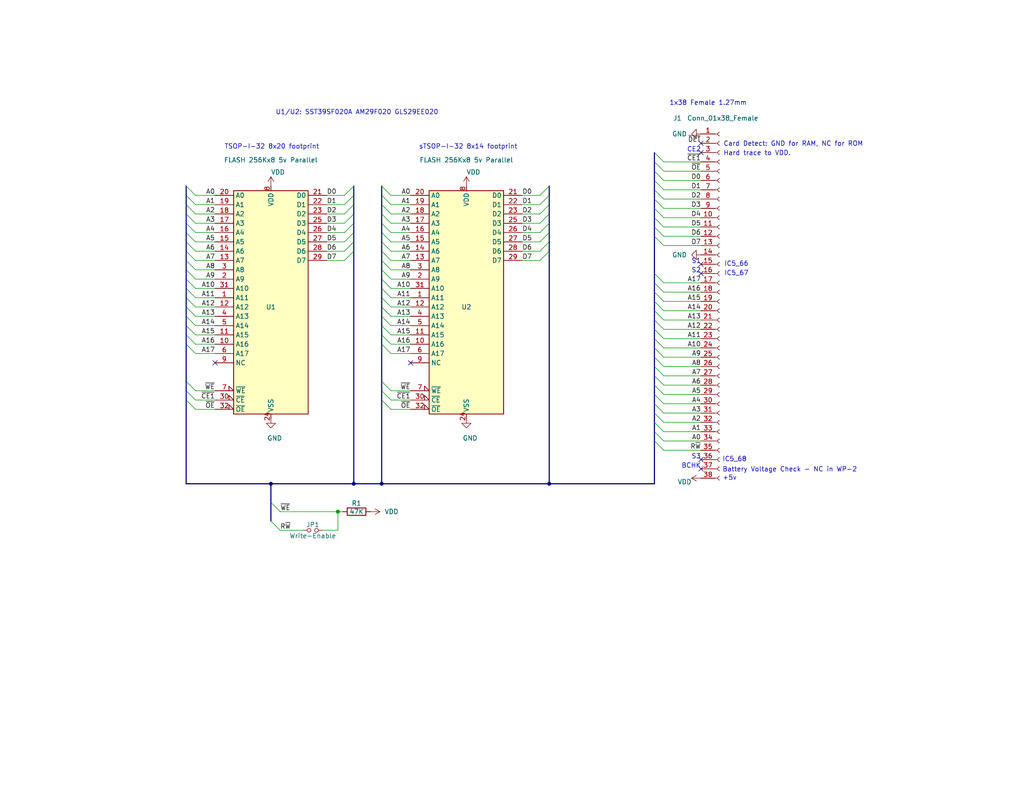
<source format=kicad_sch>
(kicad_sch (version 20211123) (generator eeschema)
  (paper "USLetter")
  (title_block (title "TANDY WP-2 256K ROM IC Card") (date "2021-03-05") (rev "003") (company "Brian K. White - b.kenyon.w@gmail.com"))
  (lib_symbols
    (symbol "0_LOCAL:Conn_01x38_Female" (pin_names (offset 1.016) hide)
      (property "Reference" "J" (at 0 48.26 0))
      (property "Value" "Conn_01x38_Female" (at 0 -50.8 0))
      (symbol "Conn_01x38_Female_1_1"
        (arc (start 0 -47.752) (mid -0.508 -48.26) (end 0 -48.768) (stroke (width 0.1524)))
        (arc (start 0 -45.212) (mid -0.508 -45.72) (end 0 -46.228) (stroke (width 0.1524)))
        (arc (start 0 -42.672) (mid -0.508 -43.18) (end 0 -43.688) (stroke (width 0.1524)))
        (arc (start 0 -40.132) (mid -0.508 -40.64) (end 0 -41.148) (stroke (width 0.1524)))
        (arc (start 0 -37.592) (mid -0.508 -38.1) (end 0 -38.608) (stroke (width 0.1524)))
        (arc (start 0 -35.052) (mid -0.508 -35.56) (end 0 -36.068) (stroke (width 0.1524)))
        (arc (start 0 -32.512) (mid -0.508 -33.02) (end 0 -33.528) (stroke (width 0.1524)))
        (arc (start 0 -29.972) (mid -0.508 -30.48) (end 0 -30.988) (stroke (width 0.1524)))
        (arc (start 0 -27.432) (mid -0.508 -27.94) (end 0 -28.448) (stroke (width 0.1524)))
        (arc (start 0 -24.892) (mid -0.508 -25.4) (end 0 -25.908) (stroke (width 0.1524)))
        (arc (start 0 -22.352) (mid -0.508 -22.86) (end 0 -23.368) (stroke (width 0.1524)))
        (arc (start 0 -19.812) (mid -0.508 -20.32) (end 0 -20.828) (stroke (width 0.1524)))
        (arc (start 0 -17.272) (mid -0.508 -17.78) (end 0 -18.288) (stroke (width 0.1524)))
        (arc (start 0 -14.732) (mid -0.508 -15.24) (end 0 -15.748) (stroke (width 0.1524)))
        (arc (start 0 -12.192) (mid -0.508 -12.7) (end 0 -13.208) (stroke (width 0.1524)))
        (arc (start 0 -9.652) (mid -0.508 -10.16) (end 0 -10.668) (stroke (width 0.1524)))
        (arc (start 0 -7.112) (mid -0.508 -7.62) (end 0 -8.128) (stroke (width 0.1524)))
        (arc (start 0 -4.572) (mid -0.508 -5.08) (end 0 -5.588) (stroke (width 0.1524)))
        (arc (start 0 -2.032) (mid -0.508 -2.54) (end 0 -3.048) (stroke (width 0.1524)))
        (polyline (pts (xy -1.27 -48.26) (xy -0.508 -48.26)) (stroke (width 0.1524)))
        (polyline (pts (xy -1.27 -45.72) (xy -0.508 -45.72)) (stroke (width 0.1524)))
        (polyline (pts (xy -1.27 -43.18) (xy -0.508 -43.18)) (stroke (width 0.1524)))
        (polyline (pts (xy -1.27 -40.64) (xy -0.508 -40.64)) (stroke (width 0.1524)))
        (polyline (pts (xy -1.27 -38.1) (xy -0.508 -38.1)) (stroke (width 0.1524)))
        (polyline (pts (xy -1.27 -35.56) (xy -0.508 -35.56)) (stroke (width 0.1524)))
        (polyline (pts (xy -1.27 -33.02) (xy -0.508 -33.02)) (stroke (width 0.1524)))
        (polyline (pts (xy -1.27 -30.48) (xy -0.508 -30.48)) (stroke (width 0.1524)))
        (polyline (pts (xy -1.27 -27.94) (xy -0.508 -27.94)) (stroke (width 0.1524)))
        (polyline (pts (xy -1.27 -25.4) (xy -0.508 -25.4)) (stroke (width 0.1524)))
        (polyline (pts (xy -1.27 -22.86) (xy -0.508 -22.86)) (stroke (width 0.1524)))
        (polyline (pts (xy -1.27 -20.32) (xy -0.508 -20.32)) (stroke (width 0.1524)))
        (polyline (pts (xy -1.27 -17.78) (xy -0.508 -17.78)) (stroke (width 0.1524)))
        (polyline (pts (xy -1.27 -15.24) (xy -0.508 -15.24)) (stroke (width 0.1524)))
        (polyline (pts (xy -1.27 -12.7) (xy -0.508 -12.7)) (stroke (width 0.1524)))
        (polyline (pts (xy -1.27 -10.16) (xy -0.508 -10.16)) (stroke (width 0.1524)))
        (polyline (pts (xy -1.27 -7.62) (xy -0.508 -7.62)) (stroke (width 0.1524)))
        (polyline (pts (xy -1.27 -5.08) (xy -0.508 -5.08)) (stroke (width 0.1524)))
        (polyline (pts (xy -1.27 -2.54) (xy -0.508 -2.54)) (stroke (width 0.1524)))
        (polyline (pts (xy -1.27 0) (xy -0.508 0)) (stroke (width 0.1524)))
        (polyline (pts (xy -1.27 2.54) (xy -0.508 2.54)) (stroke (width 0.1524)))
        (polyline (pts (xy -1.27 5.08) (xy -0.508 5.08)) (stroke (width 0.1524)))
        (polyline (pts (xy -1.27 7.62) (xy -0.508 7.62)) (stroke (width 0.1524)))
        (polyline (pts (xy -1.27 10.16) (xy -0.508 10.16)) (stroke (width 0.1524)))
        (polyline (pts (xy -1.27 12.7) (xy -0.508 12.7)) (stroke (width 0.1524)))
        (polyline (pts (xy -1.27 15.24) (xy -0.508 15.24)) (stroke (width 0.1524)))
        (polyline (pts (xy -1.27 17.78) (xy -0.508 17.78)) (stroke (width 0.1524)))
        (polyline (pts (xy -1.27 20.32) (xy -0.508 20.32)) (stroke (width 0.1524)))
        (polyline (pts (xy -1.27 22.86) (xy -0.508 22.86)) (stroke (width 0.1524)))
        (polyline (pts (xy -1.27 25.4) (xy -0.508 25.4)) (stroke (width 0.1524)))
        (polyline (pts (xy -1.27 27.94) (xy -0.508 27.94)) (stroke (width 0.1524)))
        (polyline (pts (xy -1.27 30.48) (xy -0.508 30.48)) (stroke (width 0.1524)))
        (polyline (pts (xy -1.27 33.02) (xy -0.508 33.02)) (stroke (width 0.1524)))
        (polyline (pts (xy -1.27 35.56) (xy -0.508 35.56)) (stroke (width 0.1524)))
        (polyline (pts (xy -1.27 38.1) (xy -0.508 38.1)) (stroke (width 0.1524)))
        (polyline (pts (xy -1.27 40.64) (xy -0.508 40.64)) (stroke (width 0.1524)))
        (polyline (pts (xy -1.27 43.18) (xy -0.508 43.18)) (stroke (width 0.1524)))
        (polyline (pts (xy -1.27 45.72) (xy -0.508 45.72)) (stroke (width 0.1524)))
        (arc (start 0 0.508) (mid -0.508 0) (end 0 -0.508) (stroke (width 0.1524)))
        (arc (start 0 3.048) (mid -0.508 2.54) (end 0 2.032) (stroke (width 0.1524)))
        (arc (start 0 5.588) (mid -0.508 5.08) (end 0 4.572) (stroke (width 0.1524)))
        (arc (start 0 8.128) (mid -0.508 7.62) (end 0 7.112) (stroke (width 0.1524)))
        (arc (start 0 10.668) (mid -0.508 10.16) (end 0 9.652) (stroke (width 0.1524)))
        (arc (start 0 13.208) (mid -0.508 12.7) (end 0 12.192) (stroke (width 0.1524)))
        (arc (start 0 15.748) (mid -0.508 15.24) (end 0 14.732) (stroke (width 0.1524)))
        (arc (start 0 18.288) (mid -0.508 17.78) (end 0 17.272) (stroke (width 0.1524)))
        (arc (start 0 20.828) (mid -0.508 20.32) (end 0 19.812) (stroke (width 0.1524)))
        (arc (start 0 23.368) (mid -0.508 22.86) (end 0 22.352) (stroke (width 0.1524)))
        (arc (start 0 25.908) (mid -0.508 25.4) (end 0 24.892) (stroke (width 0.1524)))
        (arc (start 0 28.448) (mid -0.508 27.94) (end 0 27.432) (stroke (width 0.1524)))
        (arc (start 0 30.988) (mid -0.508 30.48) (end 0 29.972) (stroke (width 0.1524)))
        (arc (start 0 33.528) (mid -0.508 33.02) (end 0 32.512) (stroke (width 0.1524)))
        (arc (start 0 36.068) (mid -0.508 35.56) (end 0 35.052) (stroke (width 0.1524)))
        (arc (start 0 38.608) (mid -0.508 38.1) (end 0 37.592) (stroke (width 0.1524)))
        (arc (start 0 41.148) (mid -0.508 40.64) (end 0 40.132) (stroke (width 0.1524)))
        (arc (start 0 43.688) (mid -0.508 43.18) (end 0 42.672) (stroke (width 0.1524)))
        (arc (start 0 46.228) (mid -0.508 45.72) (end 0 45.212) (stroke (width 0.1524)))
        (pin passive line (at -5.08 45.72 0) (length 3.81) (name "Pin_1") (number "1"))
        (pin passive line (at -5.08 22.86 0) (length 3.81) (name "Pin_10") (number "10"))
        (pin passive line (at -5.08 20.32 0) (length 3.81) (name "Pin_11") (number "11"))
        (pin passive line (at -5.08 17.78 0) (length 3.81) (name "Pin_12") (number "12"))
        (pin passive line (at -5.08 15.24 0) (length 3.81) (name "Pin_13") (number "13"))
        (pin passive line (at -5.08 12.7 0) (length 3.81) (name "Pin_14") (number "14"))
        (pin passive line (at -5.08 10.16 0) (length 3.81) (name "Pin_15") (number "15"))
        (pin passive line (at -5.08 7.62 0) (length 3.81) (name "Pin_16") (number "16"))
        (pin passive line (at -5.08 5.08 0) (length 3.81) (name "Pin_17") (number "17"))
        (pin passive line (at -5.08 2.54 0) (length 3.81) (name "Pin_18") (number "18"))
        (pin passive line (at -5.08 0 0) (length 3.81) (name "Pin_19") (number "19"))
        (pin passive line (at -5.08 43.18 0) (length 3.81) (name "Pin_2") (number "2"))
        (pin passive line (at -5.08 -2.54 0) (length 3.81) (name "Pin_20") (number "20"))
        (pin passive line (at -5.08 -5.08 0) (length 3.81) (name "Pin_21") (number "21"))
        (pin passive line (at -5.08 -7.62 0) (length 3.81) (name "Pin_22") (number "22"))
        (pin passive line (at -5.08 -10.16 0) (length 3.81) (name "Pin_23") (number "23"))
        (pin passive line (at -5.08 -12.7 0) (length 3.81) (name "Pin_24") (number "24"))
        (pin passive line (at -5.08 -15.24 0) (length 3.81) (name "Pin_25") (number "25"))
        (pin passive line (at -5.08 -17.78 0) (length 3.81) (name "Pin_26") (number "26"))
        (pin passive line (at -5.08 -20.32 0) (length 3.81) (name "Pin_27") (number "27"))
        (pin passive line (at -5.08 -22.86 0) (length 3.81) (name "Pin_28") (number "28"))
        (pin passive line (at -5.08 -25.4 0) (length 3.81) (name "Pin_29") (number "29"))
        (pin passive line (at -5.08 40.64 0) (length 3.81) (name "Pin_3") (number "3"))
        (pin passive line (at -5.08 -27.94 0) (length 3.81) (name "Pin_30") (number "30"))
        (pin passive line (at -5.08 -30.48 0) (length 3.81) (name "Pin_31") (number "31"))
        (pin passive line (at -5.08 -33.02 0) (length 3.81) (name "Pin_32") (number "32"))
        (pin passive line (at -5.08 -35.56 0) (length 3.81) (name "Pin_33") (number "33"))
        (pin passive line (at -5.08 -38.1 0) (length 3.81) (name "Pin_34") (number "34"))
        (pin passive line (at -5.08 -40.64 0) (length 3.81) (name "Pin_35") (number "35"))
        (pin passive line (at -5.08 -43.18 0) (length 3.81) (name "Pin_36") (number "36"))
        (pin passive line (at -5.08 -45.72 0) (length 3.81) (name "Pin_37") (number "37"))
        (pin passive line (at -5.08 -48.26 0) (length 3.81) (name "Pin_38") (number "38"))
        (pin passive line (at -5.08 38.1 0) (length 3.81) (name "Pin_4") (number "4"))
        (pin passive line (at -5.08 35.56 0) (length 3.81) (name "Pin_5") (number "5"))
        (pin passive line (at -5.08 33.02 0) (length 3.81) (name "Pin_6") (number "6"))
        (pin passive line (at -5.08 30.48 0) (length 3.81) (name "Pin_7") (number "7"))
        (pin passive line (at -5.08 27.94 0) (length 3.81) (name "Pin_8") (number "8"))
        (pin passive line (at -5.08 25.4 0) (length 3.81) (name "Pin_9") (number "9"))
      )
    )
    (symbol "0_LOCAL:Jumper_NO_Small" (pin_numbers hide) (pin_names (offset 0.762) hide)
      (property "Reference" "JP" (at 0 2.032 0))
      (property "Value" "Jumper_NO_Small" (at 0.254 -1.524 0))
      (symbol "Jumper_NO_Small_0_1"
        (circle (center -1.016 0) (radius 0.508))
        (circle (center 1.016 0) (radius 0.508))
        (pin passive line (at -2.54 0 0) (length 1.016) (name "1") (number "1"))
        (pin passive line (at 2.54 0 180) (length 1.016) (name "2") (number "2"))
      )
    )
    (symbol "0_LOCAL:R" (pin_numbers hide) (pin_names (offset 0))
      (property "Reference" "R" (at 2.032 0 90))
      (property "Value" "R" (at 0 0 90))
      (symbol "R_0_1"
        (rectangle (start -1.016 -2.54) (end 1.016 2.54) (stroke (width 0.254)))
      )
      (symbol "R_1_1"
        (pin passive line (at 0 3.81 270) (length 1.27) (name "~") (number "1"))
        (pin passive line (at 0 -3.81 90) (length 1.27) (name "~") (number "2"))
      )
    )
    (symbol "0_LOCAL:SST39SF020_TSOP"
      (property "Reference" "U" (at 2.54 33.02 0))
      (property "Value" "SST39SF020_TSOP" (at 0 -30.48 0))
      (symbol "SST39SF020_TSOP_0_0"
        (pin power_in line (at 0 -30.48 90) (length 1.27) (name "VSS") (number "24"))
        (pin power_in line (at 0 33.02 270) (length 1.27) (name "VDD") (number "8"))
      )
      (symbol "SST39SF020_TSOP_0_1"
        (rectangle (start -10.16 31.75) (end 10.16 -29.21) (stroke (width 0.254)) (fill (type background)))
      )
      (symbol "SST39SF020_TSOP_1_1"
        (pin input line (at -15.24 2.54 0) (length 5.08) (name "A11") (number "1"))
        (pin input line (at -15.24 -10.16 0) (length 5.08) (name "A16") (number "10"))
        (pin input line (at -15.24 -7.62 0) (length 5.08) (name "A15") (number "11"))
        (pin input line (at -15.24 0 0) (length 5.08) (name "A12") (number "12"))
        (pin input line (at -15.24 12.7 0) (length 5.08) (name "A7") (number "13"))
        (pin input line (at -15.24 15.24 0) (length 5.08) (name "A6") (number "14"))
        (pin input line (at -15.24 17.78 0) (length 5.08) (name "A5") (number "15"))
        (pin input line (at -15.24 20.32 0) (length 5.08) (name "A4") (number "16"))
        (pin input line (at -15.24 22.86 0) (length 5.08) (name "A3") (number "17"))
        (pin input line (at -15.24 25.4 0) (length 5.08) (name "A2") (number "18"))
        (pin input line (at -15.24 27.94 0) (length 5.08) (name "A1") (number "19"))
        (pin input line (at -15.24 7.62 0) (length 5.08) (name "A9") (number "2"))
        (pin input line (at -15.24 30.48 0) (length 5.08) (name "A0") (number "20"))
        (pin tri_state line (at 15.24 30.48 180) (length 5.08) (name "D0") (number "21"))
        (pin tri_state line (at 15.24 27.94 180) (length 5.08) (name "D1") (number "22"))
        (pin tri_state line (at 15.24 25.4 180) (length 5.08) (name "D2") (number "23"))
        (pin tri_state line (at 15.24 22.86 180) (length 5.08) (name "D3") (number "25"))
        (pin tri_state line (at 15.24 20.32 180) (length 5.08) (name "D4") (number "26"))
        (pin tri_state line (at 15.24 17.78 180) (length 5.08) (name "D5") (number "27"))
        (pin tri_state line (at 15.24 15.24 180) (length 5.08) (name "D6") (number "28"))
        (pin tri_state line (at 15.24 12.7 180) (length 5.08) (name "D7") (number "29"))
        (pin input line (at -15.24 10.16 0) (length 5.08) (name "A8") (number "3"))
        (pin input input_low (at -15.24 -25.4 0) (length 5.08) (name "~{CE}") (number "30"))
        (pin input line (at -15.24 5.08 0) (length 5.08) (name "A10") (number "31"))
        (pin input input_low (at -15.24 -27.94 0) (length 5.08) (name "~{OE}") (number "32"))
        (pin input line (at -15.24 -2.54 0) (length 5.08) (name "A13") (number "4"))
        (pin input line (at -15.24 -5.08 0) (length 5.08) (name "A14") (number "5"))
        (pin input line (at -15.24 -12.7 0) (length 5.08) (name "A17") (number "6"))
        (pin input input_low (at -15.24 -22.86 0) (length 5.08) (name "~{WE}") (number "7"))
        (pin input line (at -15.24 -15.24 0) (length 5.08) (name "NC") (number "9"))
      )
    )
    (symbol "power:GND" (power) (pin_names (offset 0))
      (property "Value" "GND" (at 0 -3.81 0))
      (symbol "GND_0_1"
        (polyline (pts (xy 0 0) (xy 0 -1.27) (xy 1.27 -1.27) (xy 0 -2.54) (xy -1.27 -1.27) (xy 0 -1.27)))
      )
      (symbol "GND_1_1"
        (pin power_in line (at 0 0 270) (length 0) hide (name "GND") (number "1"))
      )
    )
    (symbol "power:VDD" (power) (pin_names (offset 0))
      (property "Value" "VDD" (at 0 3.81 0))
      (symbol "VDD_0_1"
        (polyline (pts (xy -0.762 1.27) (xy 0 2.54)))
        (polyline (pts (xy 0 0) (xy 0 2.54)))
        (polyline (pts (xy 0 2.54) (xy 0.762 1.27)))
      )
      (symbol "VDD_1_1"
        (pin power_in line (at 0 0 90) (length 0) hide (name "VDD") (number "1"))
      )
    )
  )
  (junction (at 92.202 139.7))
  (junction (at 104.14 132.08))
  (junction (at 96.52 132.08))
  (junction (at 149.86 132.08))
  (junction (at 73.914 132.08))
  (no_connect (at 112.014 99.06))
  (no_connect (at 191.262 128.016))
  (no_connect (at 191.262 39.116))
  (no_connect (at 58.674 99.06))
  (no_connect (at 191.262 125.476))
  (no_connect (at 191.262 72.136))
  (no_connect (at 191.262 41.656))
  (no_connect (at 191.262 74.676))
  (bus_entry (at 147.32 53.34) (size 2.54 -2.54))
  (bus_entry (at 147.32 58.42) (size 2.54 -2.54))
  (bus_entry (at 147.32 71.12) (size 2.54 -2.54))
  (bus_entry (at 50.8 71.12) (size 2.54 2.54))
  (bus_entry (at 178.562 59.436) (size 2.54 2.54))
  (bus_entry (at 178.562 84.836) (size 2.54 2.54))
  (bus_entry (at 73.914 142.24) (size 2.54 2.54))
  (bus_entry (at 50.8 109.22) (size 2.54 2.54))
  (bus_entry (at 178.562 77.216) (size 2.54 2.54))
  (bus_entry (at 147.32 66.04) (size 2.54 -2.54))
  (bus_entry (at 104.14 88.9) (size 2.54 2.54))
  (bus_entry (at 50.8 93.98) (size 2.54 2.54))
  (bus_entry (at 104.14 106.68) (size 2.54 2.54))
  (bus_entry (at 93.98 71.12) (size 2.54 -2.54))
  (bus_entry (at 50.8 81.28) (size 2.54 2.54))
  (bus_entry (at 104.14 78.74) (size 2.54 2.54))
  (bus_entry (at 178.562 82.296) (size 2.54 2.54))
  (bus_entry (at 178.562 41.656) (size 2.54 2.54))
  (bus_entry (at 50.8 76.2) (size 2.54 2.54))
  (bus_entry (at 93.98 53.34) (size 2.54 -2.54))
  (bus_entry (at 178.562 56.896) (size 2.54 2.54))
  (bus_entry (at 50.8 78.74) (size 2.54 2.54))
  (bus_entry (at 104.14 93.98) (size 2.54 2.54))
  (bus_entry (at 104.14 109.22) (size 2.54 2.54))
  (bus_entry (at 104.14 53.34) (size 2.54 2.54))
  (bus_entry (at 147.32 60.96) (size 2.54 -2.54))
  (bus_entry (at 93.98 68.58) (size 2.54 -2.54))
  (bus_entry (at 178.562 115.316) (size 2.54 2.54))
  (bus_entry (at 93.98 66.04) (size 2.54 -2.54))
  (bus_entry (at 50.8 83.82) (size 2.54 2.54))
  (bus_entry (at 104.14 76.2) (size 2.54 2.54))
  (bus_entry (at 178.562 64.516) (size 2.54 2.54))
  (bus_entry (at 50.8 68.58) (size 2.54 2.54))
  (bus_entry (at 50.8 53.34) (size 2.54 2.54))
  (bus_entry (at 178.562 79.756) (size 2.54 2.54))
  (bus_entry (at 104.14 55.88) (size 2.54 2.54))
  (bus_entry (at 104.14 66.04) (size 2.54 2.54))
  (bus_entry (at 104.14 58.42) (size 2.54 2.54))
  (bus_entry (at 104.14 63.5) (size 2.54 2.54))
  (bus_entry (at 178.562 117.856) (size 2.54 2.54))
  (bus_entry (at 50.8 88.9) (size 2.54 2.54))
  (bus_entry (at 178.562 94.996) (size 2.54 2.54))
  (bus_entry (at 93.98 63.5) (size 2.54 -2.54))
  (bus_entry (at 178.562 107.696) (size 2.54 2.54))
  (bus_entry (at 104.14 83.82) (size 2.54 2.54))
  (bus_entry (at 178.562 87.376) (size 2.54 2.54))
  (bus_entry (at 178.562 51.816) (size 2.54 2.54))
  (bus_entry (at 178.562 120.396) (size 2.54 2.54))
  (bus_entry (at 104.14 60.96) (size 2.54 2.54))
  (bus_entry (at 50.8 73.66) (size 2.54 2.54))
  (bus_entry (at 104.14 86.36) (size 2.54 2.54))
  (bus_entry (at 178.562 92.456) (size 2.54 2.54))
  (bus_entry (at 178.562 89.916) (size 2.54 2.54))
  (bus_entry (at 50.8 60.96) (size 2.54 2.54))
  (bus_entry (at 178.562 49.276) (size 2.54 2.54))
  (bus_entry (at 178.562 44.196) (size 2.54 2.54))
  (bus_entry (at 178.562 74.676) (size 2.54 2.54))
  (bus_entry (at 178.562 112.776) (size 2.54 2.54))
  (bus_entry (at 178.562 110.236) (size 2.54 2.54))
  (bus_entry (at 93.98 58.42) (size 2.54 -2.54))
  (bus_entry (at 147.32 63.5) (size 2.54 -2.54))
  (bus_entry (at 104.14 73.66) (size 2.54 2.54))
  (bus_entry (at 178.562 97.536) (size 2.54 2.54))
  (bus_entry (at 50.8 58.42) (size 2.54 2.54))
  (bus_entry (at 104.14 50.8) (size 2.54 2.54))
  (bus_entry (at 50.8 66.04) (size 2.54 2.54))
  (bus_entry (at 50.8 91.44) (size 2.54 2.54))
  (bus_entry (at 178.562 102.616) (size 2.54 2.54))
  (bus_entry (at 50.8 86.36) (size 2.54 2.54))
  (bus_entry (at 147.32 55.88) (size 2.54 -2.54))
  (bus_entry (at 147.32 68.58) (size 2.54 -2.54))
  (bus_entry (at 50.8 50.8) (size 2.54 2.54))
  (bus_entry (at 93.98 55.88) (size 2.54 -2.54))
  (bus_entry (at 50.8 104.14) (size 2.54 2.54))
  (bus_entry (at 73.914 137.16) (size 2.54 2.54))
  (bus_entry (at 104.14 71.12) (size 2.54 2.54))
  (bus_entry (at 104.14 68.58) (size 2.54 2.54))
  (bus_entry (at 178.562 46.736) (size 2.54 2.54))
  (bus_entry (at 104.14 81.28) (size 2.54 2.54))
  (bus_entry (at 178.562 105.156) (size 2.54 2.54))
  (bus_entry (at 178.562 61.976) (size 2.54 2.54))
  (bus_entry (at 104.14 104.14) (size 2.54 2.54))
  (bus_entry (at 50.8 106.68) (size 2.54 2.54))
  (bus_entry (at 104.14 91.44) (size 2.54 2.54))
  (bus_entry (at 93.98 60.96) (size 2.54 -2.54))
  (bus_entry (at 50.8 55.88) (size 2.54 2.54))
  (bus_entry (at 178.562 54.356) (size 2.54 2.54))
  (bus_entry (at 178.562 100.076) (size 2.54 2.54))
  (bus_entry (at 50.8 63.5) (size 2.54 2.54))
  (bus (pts (xy 149.86 50.8) (xy 149.86 53.34)))
  (bus (pts (xy 178.562 94.996) (xy 178.562 97.536)))
  (bus (pts (xy 104.14 73.66) (xy 104.14 76.2)))
  (wire (pts (xy 142.494 53.34) (xy 147.32 53.34)))
  (wire (pts (xy 181.102 87.376) (xy 191.262 87.376)))
  (bus (pts (xy 96.52 132.08) (xy 104.14 132.08)))
  (wire (pts (xy 181.102 82.296) (xy 191.262 82.296)))
  (wire (pts (xy 181.102 54.356) (xy 191.262 54.356)))
  (wire (pts (xy 53.34 71.12) (xy 58.674 71.12)))
  (wire (pts (xy 106.68 109.22) (xy 112.014 109.22)))
  (wire (pts (xy 87.884 144.78) (xy 92.202 144.78)))
  (bus (pts (xy 178.562 97.536) (xy 178.562 100.076)))
  (bus (pts (xy 50.8 76.2) (xy 50.8 78.74)))
  (wire (pts (xy 53.34 76.2) (xy 58.674 76.2)))
  (wire (pts (xy 181.102 51.816) (xy 191.262 51.816)))
  (wire (pts (xy 106.68 63.5) (xy 112.014 63.5)))
  (wire (pts (xy 53.34 58.42) (xy 58.674 58.42)))
  (wire (pts (xy 89.154 71.12) (xy 93.98 71.12)))
  (wire (pts (xy 53.34 78.74) (xy 58.674 78.74)))
  (wire (pts (xy 53.34 81.28) (xy 58.674 81.28)))
  (bus (pts (xy 149.86 55.88) (xy 149.86 58.42)))
  (wire (pts (xy 53.34 96.52) (xy 58.674 96.52)))
  (wire (pts (xy 106.68 73.66) (xy 112.014 73.66)))
  (wire (pts (xy 53.34 86.36) (xy 58.674 86.36)))
  (bus (pts (xy 104.14 66.04) (xy 104.14 68.58)))
  (bus (pts (xy 50.8 93.98) (xy 50.8 104.14)))
  (wire (pts (xy 181.102 115.316) (xy 191.262 115.316)))
  (bus (pts (xy 50.8 88.9) (xy 50.8 91.44)))
  (wire (pts (xy 89.154 68.58) (xy 93.98 68.58)))
  (bus (pts (xy 104.14 53.34) (xy 104.14 55.88)))
  (wire (pts (xy 181.102 112.776) (xy 191.262 112.776)))
  (bus (pts (xy 96.52 53.34) (xy 96.52 55.88)))
  (wire (pts (xy 89.154 58.42) (xy 93.98 58.42)))
  (wire (pts (xy 106.68 93.98) (xy 112.014 93.98)))
  (bus (pts (xy 149.86 63.5) (xy 149.86 66.04)))
  (bus (pts (xy 178.562 77.216) (xy 178.562 79.756)))
  (wire (pts (xy 53.34 111.76) (xy 58.674 111.76)))
  (bus (pts (xy 50.8 73.66) (xy 50.8 76.2)))
  (bus (pts (xy 104.14 106.68) (xy 104.14 109.22)))
  (bus (pts (xy 73.914 137.16) (xy 73.914 142.24)))
  (wire (pts (xy 181.102 84.836) (xy 191.262 84.836)))
  (wire (pts (xy 106.68 91.44) (xy 112.014 91.44)))
  (wire (pts (xy 181.102 64.516) (xy 191.262 64.516)))
  (wire (pts (xy 181.102 120.396) (xy 191.262 120.396)))
  (wire (pts (xy 106.68 111.76) (xy 112.014 111.76)))
  (bus (pts (xy 104.14 109.22) (xy 104.14 132.08)))
  (bus (pts (xy 104.14 60.96) (xy 104.14 63.5)))
  (wire (pts (xy 181.102 105.156) (xy 191.262 105.156)))
  (bus (pts (xy 178.562 92.456) (xy 178.562 94.996)))
  (bus (pts (xy 178.562 64.516) (xy 178.562 74.676)))
  (bus (pts (xy 178.562 132.08) (xy 149.86 132.08)))
  (bus (pts (xy 178.562 56.896) (xy 178.562 59.436)))
  (bus (pts (xy 50.8 66.04) (xy 50.8 68.58)))
  (wire (pts (xy 106.68 83.82) (xy 112.014 83.82)))
  (wire (pts (xy 76.454 139.7) (xy 92.202 139.7)))
  (wire (pts (xy 181.102 97.536) (xy 191.262 97.536)))
  (bus (pts (xy 50.8 91.44) (xy 50.8 93.98)))
  (wire (pts (xy 92.202 139.7) (xy 93.472 139.7)))
  (wire (pts (xy 53.34 88.9) (xy 58.674 88.9)))
  (bus (pts (xy 50.8 86.36) (xy 50.8 88.9)))
  (wire (pts (xy 53.34 68.58) (xy 58.674 68.58)))
  (wire (pts (xy 181.102 44.196) (xy 191.262 44.196)))
  (bus (pts (xy 178.562 41.656) (xy 178.562 44.196)))
  (wire (pts (xy 53.34 83.82) (xy 58.674 83.82)))
  (bus (pts (xy 96.52 58.42) (xy 96.52 60.96)))
  (wire (pts (xy 89.154 55.88) (xy 93.98 55.88)))
  (bus (pts (xy 178.562 117.856) (xy 178.562 120.396)))
  (bus (pts (xy 50.8 55.88) (xy 50.8 58.42)))
  (wire (pts (xy 181.102 46.736) (xy 191.262 46.736)))
  (bus (pts (xy 104.14 78.74) (xy 104.14 81.28)))
  (bus (pts (xy 104.14 58.42) (xy 104.14 60.96)))
  (bus (pts (xy 178.562 105.156) (xy 178.562 107.696)))
  (bus (pts (xy 178.562 112.776) (xy 178.562 115.316)))
  (bus (pts (xy 104.14 104.14) (xy 104.14 106.68)))
  (wire (pts (xy 181.102 89.916) (xy 191.262 89.916)))
  (bus (pts (xy 178.562 82.296) (xy 178.562 84.836)))
  (wire (pts (xy 181.102 59.436) (xy 191.262 59.436)))
  (bus (pts (xy 104.14 63.5) (xy 104.14 66.04)))
  (bus (pts (xy 50.8 60.96) (xy 50.8 63.5)))
  (bus (pts (xy 96.52 66.04) (xy 96.52 68.58)))
  (bus (pts (xy 104.14 76.2) (xy 104.14 78.74)))
  (wire (pts (xy 53.34 60.96) (xy 58.674 60.96)))
  (wire (pts (xy 142.494 71.12) (xy 147.32 71.12)))
  (wire (pts (xy 106.68 71.12) (xy 112.014 71.12)))
  (wire (pts (xy 106.68 106.68) (xy 112.014 106.68)))
  (bus (pts (xy 73.914 132.08) (xy 96.52 132.08)))
  (wire (pts (xy 53.34 66.04) (xy 58.674 66.04)))
  (bus (pts (xy 178.562 51.816) (xy 178.562 54.356)))
  (bus (pts (xy 178.562 100.076) (xy 178.562 102.616)))
  (bus (pts (xy 96.52 60.96) (xy 96.52 63.5)))
  (wire (pts (xy 53.34 91.44) (xy 58.674 91.44)))
  (wire (pts (xy 106.68 96.52) (xy 112.014 96.52)))
  (wire (pts (xy 181.102 110.236) (xy 191.262 110.236)))
  (bus (pts (xy 50.8 106.68) (xy 50.8 109.22)))
  (bus (pts (xy 178.562 59.436) (xy 178.562 61.976)))
  (wire (pts (xy 106.68 78.74) (xy 112.014 78.74)))
  (bus (pts (xy 96.52 68.58) (xy 96.52 132.08)))
  (bus (pts (xy 50.8 53.34) (xy 50.8 55.88)))
  (wire (pts (xy 181.102 49.276) (xy 191.262 49.276)))
  (wire (pts (xy 106.68 55.88) (xy 112.014 55.88)))
  (wire (pts (xy 181.102 79.756) (xy 191.262 79.756)))
  (wire (pts (xy 89.154 66.04) (xy 93.98 66.04)))
  (bus (pts (xy 178.562 61.976) (xy 178.562 64.516)))
  (bus (pts (xy 178.562 44.196) (xy 178.562 46.736)))
  (wire (pts (xy 142.494 66.04) (xy 147.32 66.04)))
  (bus (pts (xy 50.8 109.22) (xy 50.8 132.08)))
  (wire (pts (xy 181.102 77.216) (xy 191.262 77.216)))
  (wire (pts (xy 106.68 88.9) (xy 112.014 88.9)))
  (wire (pts (xy 181.102 56.896) (xy 191.262 56.896)))
  (wire (pts (xy 106.68 53.34) (xy 112.014 53.34)))
  (bus (pts (xy 104.14 91.44) (xy 104.14 93.98)))
  (bus (pts (xy 104.14 68.58) (xy 104.14 71.12)))
  (bus (pts (xy 178.562 49.276) (xy 178.562 51.816)))
  (bus (pts (xy 104.14 71.12) (xy 104.14 73.66)))
  (bus (pts (xy 104.14 50.8) (xy 104.14 53.34)))
  (bus (pts (xy 149.86 68.58) (xy 149.86 132.08)))
  (wire (pts (xy 53.34 53.34) (xy 58.674 53.34)))
  (wire (pts (xy 53.34 93.98) (xy 58.674 93.98)))
  (bus (pts (xy 104.14 81.28) (xy 104.14 83.82)))
  (wire (pts (xy 181.102 107.696) (xy 191.262 107.696)))
  (wire (pts (xy 106.68 81.28) (xy 112.014 81.28)))
  (bus (pts (xy 178.562 54.356) (xy 178.562 56.896)))
  (wire (pts (xy 53.34 109.22) (xy 58.674 109.22)))
  (bus (pts (xy 178.562 115.316) (xy 178.562 117.856)))
  (wire (pts (xy 181.102 61.976) (xy 191.262 61.976)))
  (bus (pts (xy 104.14 88.9) (xy 104.14 91.44)))
  (bus (pts (xy 50.8 63.5) (xy 50.8 66.04)))
  (bus (pts (xy 50.8 132.08) (xy 73.914 132.08)))
  (bus (pts (xy 50.8 58.42) (xy 50.8 60.96)))
  (wire (pts (xy 106.68 66.04) (xy 112.014 66.04)))
  (bus (pts (xy 104.14 83.82) (xy 104.14 86.36)))
  (bus (pts (xy 178.562 120.396) (xy 178.562 132.08)))
  (bus (pts (xy 50.8 83.82) (xy 50.8 86.36)))
  (bus (pts (xy 178.562 89.916) (xy 178.562 92.456)))
  (wire (pts (xy 92.202 144.78) (xy 92.202 139.7)))
  (bus (pts (xy 104.14 132.08) (xy 149.86 132.08)))
  (bus (pts (xy 149.86 66.04) (xy 149.86 68.58)))
  (wire (pts (xy 89.154 63.5) (xy 93.98 63.5)))
  (wire (pts (xy 106.68 76.2) (xy 112.014 76.2)))
  (bus (pts (xy 50.8 78.74) (xy 50.8 81.28)))
  (wire (pts (xy 53.34 73.66) (xy 58.674 73.66)))
  (bus (pts (xy 178.562 79.756) (xy 178.562 82.296)))
  (bus (pts (xy 73.914 132.08) (xy 73.914 137.16)))
  (bus (pts (xy 50.8 50.8) (xy 50.8 53.34)))
  (bus (pts (xy 149.86 60.96) (xy 149.86 63.5)))
  (wire (pts (xy 181.102 94.996) (xy 191.262 94.996)))
  (wire (pts (xy 142.494 60.96) (xy 147.32 60.96)))
  (bus (pts (xy 104.14 86.36) (xy 104.14 88.9)))
  (bus (pts (xy 178.562 87.376) (xy 178.562 89.916)))
  (bus (pts (xy 96.52 63.5) (xy 96.52 66.04)))
  (bus (pts (xy 149.86 58.42) (xy 149.86 60.96)))
  (wire (pts (xy 181.102 102.616) (xy 191.262 102.616)))
  (wire (pts (xy 106.68 58.42) (xy 112.014 58.42)))
  (bus (pts (xy 50.8 104.14) (xy 50.8 106.68)))
  (wire (pts (xy 53.34 63.5) (xy 58.674 63.5)))
  (wire (pts (xy 142.494 58.42) (xy 147.32 58.42)))
  (wire (pts (xy 53.34 55.88) (xy 58.674 55.88)))
  (bus (pts (xy 178.562 46.736) (xy 178.562 49.276)))
  (bus (pts (xy 96.52 55.88) (xy 96.52 58.42)))
  (wire (pts (xy 106.68 68.58) (xy 112.014 68.58)))
  (wire (pts (xy 76.454 144.78) (xy 82.804 144.78)))
  (wire (pts (xy 181.102 67.056) (xy 191.262 67.056)))
  (bus (pts (xy 104.14 55.88) (xy 104.14 58.42)))
  (bus (pts (xy 178.562 84.836) (xy 178.562 87.376)))
  (wire (pts (xy 181.102 117.856) (xy 191.262 117.856)))
  (wire (pts (xy 142.494 63.5) (xy 147.32 63.5)))
  (bus (pts (xy 178.562 102.616) (xy 178.562 105.156)))
  (bus (pts (xy 149.86 53.34) (xy 149.86 55.88)))
  (wire (pts (xy 89.154 60.96) (xy 93.98 60.96)))
  (bus (pts (xy 104.14 93.98) (xy 104.14 104.14)))
  (bus (pts (xy 178.562 74.676) (xy 178.562 77.216)))
  (bus (pts (xy 50.8 71.12) (xy 50.8 73.66)))
  (bus (pts (xy 50.8 68.58) (xy 50.8 71.12)))
  (wire (pts (xy 89.154 53.34) (xy 93.98 53.34)))
  (wire (pts (xy 181.102 100.076) (xy 191.262 100.076)))
  (wire (pts (xy 142.494 55.88) (xy 147.32 55.88)))
  (wire (pts (xy 106.68 86.36) (xy 112.014 86.36)))
  (wire (pts (xy 106.68 60.96) (xy 112.014 60.96)))
  (bus (pts (xy 178.562 107.696) (xy 178.562 110.236)))
  (bus (pts (xy 50.8 81.28) (xy 50.8 83.82)))
  (wire (pts (xy 142.494 68.58) (xy 147.32 68.58)))
  (bus (pts (xy 96.52 50.8) (xy 96.52 53.34)))
  (wire (pts (xy 53.34 106.68) (xy 58.674 106.68)))
  (bus (pts (xy 178.562 110.236) (xy 178.562 112.776)))
  (wire (pts (xy 181.102 92.456) (xy 191.262 92.456)))
  (wire (pts (xy 191.262 122.936) (xy 181.102 122.936)))
  (text "U1/U2: SST39SF020A AM29F020 GLS29EE020" (at 75.184 31.496 0) (effects (font (size 1.27 1.27)) (justify left bottom)))
  (text "IC5_68" (at 197.104 126.238 0) (effects (font (size 1.27 1.27)) (justify left bottom)))
  (text "IC5_66" (at 197.612 72.898 0) (effects (font (size 1.27 1.27)) (justify left bottom)))
  (text "CE2" (at 191.262 41.656 180) (effects (font (size 1.27 1.27)) (justify right bottom)))
  (text "+5v" (at 197.104 131.318 0) (effects (font (size 1.27 1.27)) (justify left bottom)))
  (text "sTSOP-I-32 8x14 footprint" (at 114.3 40.894 0) (effects (font (size 1.27 1.27)) (justify left bottom)))
  (text "Card Detect: GND for RAM, NC for ROM" (at 197.358 40.132 0) (effects (font (size 1.27 1.27)) (justify left bottom)))
  (text "IC5_67" (at 197.612 75.438 0) (effects (font (size 1.27 1.27)) (justify left bottom)))
  (text "Battery Voltage Check - NC in WP-2" (at 197.104 129.032 0) (effects (font (size 1.27 1.27)) (justify left bottom)))
  (text "BCHK" (at 191.262 128.016 180) (effects (font (size 1.27 1.27)) (justify right bottom)))
  (text "S1" (at 191.262 72.136 180) (effects (font (size 1.27 1.27)) (justify right bottom)))
  (text "1x38 Female 1.27mm" (at 182.626 28.956 0) (effects (font (size 1.27 1.27)) (justify left bottom)))
  (text "TSOP-I-32 8x20 footprint" (at 61.214 40.894 0) (effects (font (size 1.27 1.27)) (justify left bottom)))
  (text "Hard trace to VDD." (at 197.358 42.672 0) (effects (font (size 1.27 1.27)) (justify left bottom)))
  (text "S2" (at 191.262 74.676 180) (effects (font (size 1.27 1.27)) (justify right bottom)))
  (text "S3" (at 191.262 125.476 180) (effects (font (size 1.27 1.27)) (justify right bottom)))
  (label "A7" (at 112.014 71.12 180))
  (label "A14" (at 58.674 88.9 180))
  (label "R~{W}" (at 191.262 122.936 180))
  (label "A3" (at 191.262 112.776 180))
  (label "A0" (at 191.262 120.396 180))
  (label "A16" (at 58.674 93.98 180))
  (label "~{CE1}" (at 58.674 109.22 180))
  (label "D0" (at 191.262 49.276 180))
  (label "D5" (at 89.154 66.04 0))
  (label "A6" (at 191.262 105.156 180))
  (label "~{DET}" (at 191.262 39.116 180))
  (label "D1" (at 191.262 51.816 180))
  (label "A17" (at 191.262 77.216 180))
  (label "D3" (at 89.154 60.96 0))
  (label "D2" (at 191.262 54.356 180))
  (label "R~{W}" (at 76.454 144.78 0))
  (label "A5" (at 112.014 66.04 180))
  (label "~{CE1}" (at 191.262 44.196 180))
  (label "A8" (at 58.674 73.66 180))
  (label "D2" (at 89.154 58.42 0))
  (label "A6" (at 58.674 68.58 180))
  (label "A7" (at 191.262 102.616 180))
  (label "D2" (at 142.494 58.42 0))
  (label "A1" (at 191.262 117.856 180))
  (label "~{WE}" (at 58.674 106.68 180))
  (label "A15" (at 191.262 82.296 180))
  (label "A7" (at 58.674 71.12 180))
  (label "A15" (at 58.674 91.44 180))
  (label "A10" (at 58.674 78.74 180))
  (label "A17" (at 58.674 96.52 180))
  (label "A0" (at 112.014 53.34 180))
  (label "A5" (at 58.674 66.04 180))
  (label "A1" (at 112.014 55.88 180))
  (label "D4" (at 142.494 63.5 0))
  (label "D5" (at 142.494 66.04 0))
  (label "A4" (at 191.262 110.236 180))
  (label "A8" (at 191.262 100.076 180))
  (label "D0" (at 89.154 53.34 0))
  (label "~{WE}" (at 112.014 106.68 180))
  (label "A3" (at 58.674 60.96 180))
  (label "A17" (at 112.014 96.52 180))
  (label "D0" (at 142.494 53.34 0))
  (label "A13" (at 58.674 86.36 180))
  (label "A9" (at 191.262 97.536 180))
  (label "~{CE1}" (at 112.014 109.22 180))
  (label "A9" (at 112.014 76.2 180))
  (label "D6" (at 89.154 68.58 0))
  (label "A2" (at 191.262 115.316 180))
  (label "A0" (at 58.674 53.34 180))
  (label "D7" (at 89.154 71.12 0))
  (label "A11" (at 112.014 81.28 180))
  (label "D5" (at 191.262 61.976 180))
  (label "D4" (at 89.154 63.5 0))
  (label "D7" (at 142.494 71.12 0))
  (label "A12" (at 58.674 83.82 180))
  (label "A5" (at 191.262 107.696 180))
  (label "A14" (at 191.262 84.836 180))
  (label "A16" (at 112.014 93.98 180))
  (label "A16" (at 191.262 79.756 180))
  (label "A8" (at 112.014 73.66 180))
  (label "A10" (at 112.014 78.74 180))
  (label "A2" (at 58.674 58.42 180))
  (label "~{WE}" (at 76.454 139.7 0))
  (label "A4" (at 112.014 63.5 180))
  (label "A13" (at 191.262 87.376 180))
  (label "A10" (at 191.262 94.996 180))
  (label "~{OE}" (at 191.262 46.736 180))
  (label "D3" (at 191.262 56.896 180))
  (label "D1" (at 89.154 55.88 0))
  (label "A11" (at 58.674 81.28 180))
  (label "A4" (at 58.674 63.5 180))
  (label "D1" (at 142.494 55.88 0))
  (label "D3" (at 142.494 60.96 0))
  (label "D6" (at 191.262 64.516 180))
  (label "A3" (at 112.014 60.96 180))
  (label "A14" (at 112.014 88.9 180))
  (label "A12" (at 112.014 83.82 180))
  (label "D4" (at 191.262 59.436 180))
  (label "D7" (at 191.262 67.056 180))
  (label "D6" (at 142.494 68.58 0))
  (label "A1" (at 58.674 55.88 180))
  (label "A12" (at 191.262 89.916 180))
  (label "A11" (at 191.262 92.456 180))
  (label "A2" (at 112.014 58.42 180))
  (label "A9" (at 58.674 76.2 180))
  (label "A6" (at 112.014 68.58 180))
  (label "~{OE}" (at 58.674 111.76 180))
  (label "~{OE}" (at 112.014 111.76 180))
  (label "A15" (at 112.014 91.44 180))
  (label "A13" (at 112.014 86.36 180))
  (symbol (lib_id "0_LOCAL:Conn_01x38_Female") (at 196.342 82.296 0) (unit 1)
    (property "Reference" "J1" (at 183.642 32.258 0) (effects (justify left)))
    (property "Value" "Conn_01x38_Female" (at 187.452 32.258 0) (effects (justify left)))
    (property "Footprint" "0_LOCAL:PinSocket_1x38x1.27_edge_s" (effects hide))
  )
  (symbol (lib_id "power:GND") (at 191.262 36.576 270) (unit 1)
    (property "Reference" "#PWR0102" (effects hide))
    (property "Value" "GND" (at 187.452 36.576 90) (effects (justify right)))
  )
  (symbol (lib_id "power:VDD") (at 191.262 130.556 90) (unit 1)
    (property "Reference" "#PWR0103" (effects hide))
    (property "Value" "VDD" (at 188.722 131.572 90) (effects (justify left)))
  )
  (symbol (lib_id "power:VDD") (at 127.254 50.8 0) (unit 1)
    (property "Reference" "#PWR0110" (effects hide))
    (property "Value" "VDD" (at 127.254 46.99 0) (effects (justify left)))
  )
  (symbol (lib_id "0_LOCAL:R") (at 97.282 139.7 270) (unit 1)
    (property "Reference" "R1" (at 97.282 137.414 90))
    (property "Value" "47K" (at 97.282 139.7 90))
    (property "Footprint" "0_LOCAL:R_0805" (effects hide))
  )
  (symbol (lib_id "0_LOCAL:SST39SF020_TSOP") (at 127.254 83.82 0) (unit 1)
    (property "Reference" "U2" (at 127.254 83.82 0))
    (property "Value" "FLASH 256Kx8 5v Parallel" (at 127.254 43.688 0))
    (property "Footprint" "0_LOCAL:TSOP32-14mm" (effects hide))
    (property "Datasheet" "https://ww1.microchip.com/downloads/en/DeviceDoc/20005022C.pdf" (effects hide))
  )
  (symbol (lib_id "power:GND") (at 127.254 114.3 0) (unit 1)
    (property "Reference" "#PWR0107" (effects hide))
    (property "Value" "GND" (at 128.27 119.634 0))
  )
  (symbol (lib_id "power:VDD") (at 101.092 139.7 270) (unit 1)
    (property "Reference" "#PWR0111" (effects hide))
    (property "Value" "VDD" (at 104.902 139.7 90) (effects (justify left)))
  )
  (symbol (lib_id "0_LOCAL:Jumper_NO_Small") (at 85.344 144.78 0) (unit 1)
    (property "Reference" "JP1" (at 85.344 143.256 0))
    (property "Value" "Write-Enable" (at 85.344 146.304 0))
    (property "Footprint" "0_LOCAL:JP2_tight" (effects hide))
  )
  (symbol (lib_id "power:GND") (at 191.262 69.596 270) (unit 1)
    (property "Reference" "#PWR0108" (effects hide))
    (property "Value" "GND" (at 187.452 69.596 90) (effects (justify right)))
  )
  (symbol (lib_id "0_LOCAL:SST39SF020_TSOP") (at 73.914 83.82 0) (unit 1)
    (property "Reference" "U1" (at 73.914 83.82 0))
    (property "Value" "FLASH 256Kx8 5v Parallel" (at 73.914 43.688 0))
    (property "Footprint" "0_LOCAL:TSOP32-20mm" (effects hide))
    (property "Datasheet" "https://ww1.microchip.com/downloads/en/DeviceDoc/20005022C.pdf" (effects hide))
  )
  (symbol (lib_id "power:GND") (at 73.914 114.3 0) (unit 1)
    (property "Reference" "#PWR0101" (effects hide))
    (property "Value" "GND" (at 74.93 119.634 0))
  )
  (symbol (lib_id "power:VDD") (at 73.914 50.8 0) (unit 1)
    (property "Reference" "#PWR0104" (effects hide))
    (property "Value" "VDD" (at 73.914 46.99 0) (effects (justify left)))
  )
)
</source>
